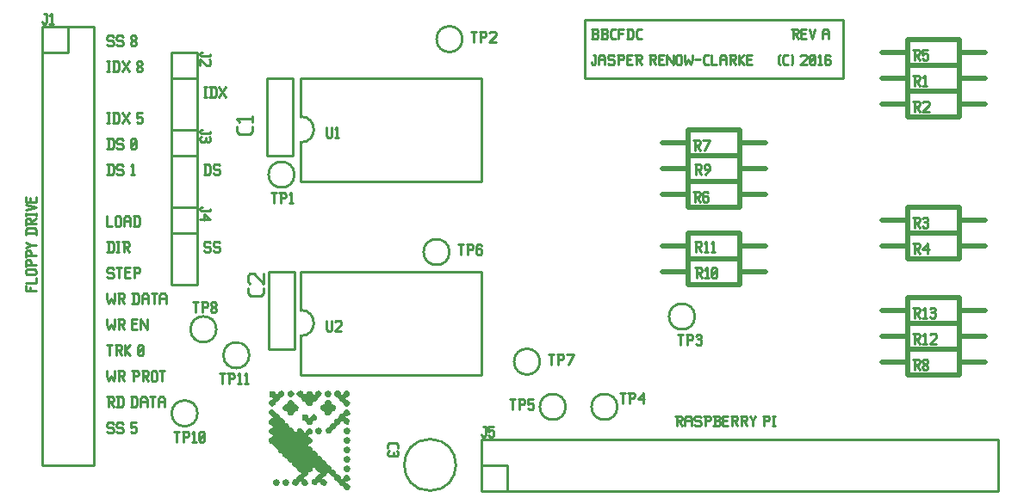
<source format=gto>
G04 start of page 13 for group -4079 idx -4079 *
G04 Title: (unknown), topsilk *
G04 Creator: pcb 20110918 *
G04 CreationDate: Wed 07 Dec 2016 14:25:13 GMT UTC *
G04 For: jasper *
G04 Format: Gerber/RS-274X *
G04 PCB-Dimensions: 393701 196850 *
G04 PCB-Coordinate-Origin: lower left *
%MOIN*%
%FSLAX25Y25*%
%LNTOPSILK*%
%ADD103C,0.0200*%
%ADD102C,0.0100*%
%ADD101C,0.0001*%
G54D101*G36*
X112419Y44407D02*X112029Y43458D01*
X111085Y43062D01*
X110135Y43458D01*
X109744Y44407D01*
X110135Y45351D01*
X111085Y45737D01*
X112029Y45351D01*
X112419Y44407D01*
G37*
G36*
X126894D02*X126498Y43458D01*
X125554Y43062D01*
X124610Y43458D01*
X124219Y44407D01*
X124610Y45351D01*
X125554Y45737D01*
X126498Y45351D01*
X126894Y44407D01*
G37*
G36*
X132791Y42118D02*X134083Y41109D01*
X133459Y39622D01*
X132498Y39492D01*
X131690Y40018D01*
X131478Y40610D01*
X131305Y41120D01*
X130741Y41282D01*
X130176Y41521D01*
X129780Y41998D01*
X129634Y42671D01*
X129292Y43046D01*
X128918Y43089D01*
X128614Y43192D01*
X127947Y43925D01*
Y44912D01*
X128652Y45606D01*
X129639Y45644D01*
X130426Y44868D01*
X130496Y44521D01*
X130551Y44207D01*
X130990Y43930D01*
X131419Y44234D01*
X131527Y44841D01*
X132292Y45639D01*
X133274Y45633D01*
X134001Y44972D01*
X134045Y43995D01*
X133437Y43230D01*
X132808Y43062D01*
X132368Y42796D01*
X132791Y42118D01*
G37*
G36*
X121935Y45737D02*X123227Y44749D01*
X122608Y43246D01*
X121995Y43073D01*
X121545Y42845D01*
X121414Y42237D01*
X121116Y41695D01*
X120590Y41337D01*
X119988Y41223D01*
X119662Y40816D01*
X119510Y40181D01*
X118740Y39541D01*
X117741Y39584D01*
X117042Y40431D01*
X116911Y41006D01*
X116445Y41277D01*
X115843Y41434D01*
X115403Y41857D01*
X115192Y42454D01*
X115013Y42937D01*
X114421Y43116D01*
X113857Y43366D01*
X113369Y44429D01*
X113803Y45362D01*
X114763Y45731D01*
X115761Y45216D01*
X116005Y44635D01*
X116152Y44098D01*
X116938Y44217D01*
X117063Y44847D01*
X117411Y45384D01*
X119271Y45330D01*
X119597Y44798D01*
X119700Y44212D01*
X120492Y44104D01*
X120639Y44679D01*
X120904Y45243D01*
X121935Y45737D01*
G37*
G36*
X117845Y42590D02*X118317Y43062D01*
X118794Y42590D01*
X118322Y42118D01*
X117845Y42590D01*
G37*
G36*
X107466Y45737D02*X108621Y45069D01*
X108594Y43697D01*
X107683Y43094D01*
X107173Y42959D01*
X106967Y42400D01*
X106370Y41461D01*
X105762Y41277D01*
X105285Y41065D01*
X105128Y40458D01*
X104856Y39910D01*
X103782Y39454D01*
X102865Y39910D01*
X102518Y40875D01*
X103044Y41857D01*
X103652Y42091D01*
X104173Y42264D01*
X103999Y43029D01*
X103370Y43149D01*
X102860Y43496D01*
X102936Y45373D01*
X104797Y45335D01*
X105122Y44809D01*
X105225Y44217D01*
X106017Y44104D01*
X106164Y44679D01*
X106435Y45243D01*
X107466Y45737D01*
G37*
G36*
X113922Y39828D02*X114182Y39297D01*
X113938Y38157D01*
X113461Y37761D01*
X112815Y37636D01*
X112441Y37284D01*
X112311Y36649D01*
X111459Y35900D01*
X110292Y36090D01*
X109891Y36562D01*
X109739Y37208D01*
X109414Y37604D01*
X109066Y37658D01*
X108757Y37745D01*
X108008Y38570D01*
X108182Y39741D01*
X108643Y40154D01*
X109289Y40311D01*
X109707Y40615D01*
X109761Y40957D01*
X109848Y41282D01*
X110634Y42042D01*
X111627Y41988D01*
X112327Y41266D01*
X112408Y40935D01*
X112457Y40604D01*
X112875Y40311D01*
X113922Y39828D01*
G37*
G36*
X111085Y38505D02*X110607Y38971D01*
X111079Y39443D01*
X111557Y38971D01*
X111085Y38505D01*
G37*
G36*
X128397Y39828D02*X128690Y38857D01*
X128088Y37848D01*
X127475Y37664D01*
X127002Y37457D01*
X126775Y36616D01*
X125934Y35900D01*
X124767Y36090D01*
X124366Y36562D01*
X124214Y37208D01*
X123888Y37604D01*
X123541Y37658D01*
X123232Y37745D01*
X122483Y38570D01*
X122657Y39741D01*
X123113Y40154D01*
X123764Y40311D01*
X124181Y40615D01*
X124230Y40957D01*
X124317Y41282D01*
X125109Y42042D01*
X126102Y41988D01*
X126802Y41266D01*
X126883Y40935D01*
X126932Y40604D01*
X127350Y40311D01*
X128397Y39828D01*
G37*
G36*
X125554Y38505D02*X125082Y38971D01*
X125554Y39443D01*
X126026Y38971D01*
X125554Y38505D01*
G37*
G36*
X134126Y29932D02*X133735Y28988D01*
X132791Y28592D01*
X131847Y28988D01*
X131457Y29932D01*
X131847Y30877D01*
X132791Y31267D01*
X133735Y30877D01*
X134126Y29932D01*
G37*
G36*
Y26308D02*X133735Y25364D01*
X132791Y24974D01*
X131847Y25364D01*
X131457Y26308D01*
X131847Y27252D01*
X132791Y27643D01*
X133735Y27252D01*
X134126Y26308D01*
G37*
G36*
Y22690D02*X133735Y21746D01*
X132791Y21355D01*
X131847Y21746D01*
X131457Y22690D01*
X131847Y23639D01*
X132791Y24030D01*
X133735Y23639D01*
X134126Y22690D01*
G37*
G36*
Y19071D02*X133735Y18127D01*
X132791Y17736D01*
X131847Y18127D01*
X131457Y19071D01*
X131847Y20015D01*
X132791Y20406D01*
X133735Y20015D01*
X134126Y19071D01*
G37*
G36*
Y15452D02*X133735Y14514D01*
X132791Y14118D01*
X131847Y14514D01*
X131457Y15452D01*
X131847Y16402D01*
X132791Y16798D01*
X133735Y16402D01*
X134126Y15452D01*
G37*
G36*
X110613Y10032D02*X110216Y9088D01*
X109272Y8698D01*
X108328Y9088D01*
X107938Y10032D01*
X108328Y10976D01*
X109272Y11362D01*
X110216Y10976D01*
X110613Y10032D01*
G37*
G36*
X106994D02*X106598Y9088D01*
X105654Y8698D01*
X104710Y9088D01*
X104319Y10032D01*
X104710Y10976D01*
X105654Y11362D01*
X106598Y10976D01*
X106994Y10032D01*
G37*
G36*
X123275Y29932D02*X122879Y28988D01*
X121935Y28592D01*
X120991Y28988D01*
X120601Y29932D01*
X120991Y30877D01*
X121935Y31267D01*
X122879Y30877D01*
X123275Y29932D01*
G37*
G36*
X107466Y27643D02*X106994Y28115D01*
X107466Y28592D01*
X107938Y28115D01*
X107466Y27643D01*
G37*
G36*
X109278Y29455D02*X108800Y29932D01*
X109272Y30399D01*
X109744Y29932D01*
X109278Y29455D01*
G37*
G36*
X111085Y27643D02*X110613Y28115D01*
X111085Y28592D01*
X111557Y28115D01*
X111085Y27643D01*
G37*
G36*
X114703D02*X114226Y28115D01*
X114698Y28592D01*
X115170Y28115D01*
X114703Y27643D01*
G37*
G36*
X106109Y26173D02*X105518Y25853D01*
X105203Y26449D01*
X105789Y26764D01*
X106109Y26173D01*
G37*
G36*
X105659Y29455D02*X105182Y29932D01*
X105654Y30399D01*
X106126Y29932D01*
X105659Y29455D01*
G37*
G36*
Y33074D02*X105182Y33540D01*
X105654Y34018D01*
X106126Y33546D01*
X105659Y33074D01*
G37*
G36*
X107466Y32206D02*X107938Y31734D01*
X107466Y31267D01*
X106994Y31734D01*
X107466Y32206D01*
G37*
G36*
X107916Y24361D02*X107330Y24046D01*
X107010Y24637D01*
X107596Y24957D01*
X107916Y24361D01*
G37*
G36*
X109744Y22690D02*X109283Y22218D01*
X108800Y22679D01*
X109262Y23167D01*
X109744Y22690D01*
G37*
G36*
X109278Y25836D02*X108800Y26308D01*
X109272Y26780D01*
X109744Y26308D01*
X109278Y25836D01*
G37*
G36*
X111557Y20878D02*X111095Y20406D01*
X110607Y20872D01*
X111068Y21355D01*
X111557Y20878D01*
G37*
G36*
X111085Y24030D02*X110613Y24502D01*
X111085Y24974D01*
X111557Y24496D01*
X111085Y24030D01*
G37*
G36*
X112419Y22706D02*X112902Y23167D01*
X113363Y22684D01*
X112886Y22218D01*
X112419Y22706D01*
G37*
G36*
X113363Y19071D02*X112902Y18599D01*
X112419Y19066D01*
X112875Y19543D01*
X113363Y19071D01*
G37*
G36*
Y26303D02*X112886Y25836D01*
X112419Y26319D01*
X112902Y26780D01*
X113363Y26303D01*
G37*
G36*
X114703Y24030D02*X114226Y24496D01*
X114703Y24974D01*
X115175Y24496D01*
X114703Y24030D01*
G37*
G36*
X116515Y25836D02*X116038Y26308D01*
X116510Y26780D01*
X116982Y26308D01*
X116515Y25836D01*
G37*
G36*
X132791Y9555D02*X133649Y9219D01*
X134104Y8405D01*
X133898Y7499D01*
X133155Y6951D01*
X132086Y7086D01*
X131473Y8117D01*
X131213Y8611D01*
X130632Y8741D01*
X129780Y9468D01*
X129645Y10032D01*
X129325Y10456D01*
X128798Y10564D01*
X128326Y10803D01*
X127979Y11248D01*
X127833Y11877D01*
X127485Y12273D01*
X126878Y12403D01*
X126124Y13212D01*
X125972Y13846D01*
X125538Y14101D01*
X125142Y13819D01*
X125006Y13174D01*
X124236Y12403D01*
X123449Y12175D01*
X123292Y11774D01*
X123639Y11378D01*
X124203Y11269D01*
X124621Y11031D01*
X125055Y10206D01*
X124735Y9164D01*
X123747Y8698D01*
X122684Y9219D01*
X122451Y9799D01*
X122299Y10320D01*
X121778Y10456D01*
X121469Y9994D01*
X121295Y9354D01*
X120888Y8931D01*
X119092Y9219D01*
X119179Y10955D01*
X119564Y11226D01*
X120226Y11372D01*
X120590Y11785D01*
X120725Y12360D01*
X121648Y13119D01*
X122239Y13277D01*
X122391Y13760D01*
X122028Y14096D01*
X121355Y14253D01*
X120644Y15219D01*
X120454Y15789D01*
X119950Y15875D01*
X119657Y15441D01*
X119483Y14790D01*
X119060Y14335D01*
X118447Y14139D01*
X117948Y13906D01*
X117807Y13326D01*
X117101Y12441D01*
X116494Y12295D01*
X116070Y11975D01*
X116206Y11486D01*
X116803Y11302D01*
X117682Y10645D01*
X117769Y9647D01*
X117139Y8860D01*
X116157Y8757D01*
X115365Y9343D01*
X115202Y9815D01*
X115088Y10266D01*
X114676Y10488D01*
X114264Y10168D01*
X114155Y9598D01*
X113922Y9170D01*
X113097Y8719D01*
X112115Y8964D01*
X111584Y9810D01*
X111877Y10879D01*
X112376Y11248D01*
X112989Y11367D01*
X113341Y11752D01*
X113477Y12349D01*
X114421Y13114D01*
X114985Y13266D01*
X115148Y13787D01*
X114416Y14161D01*
X113569Y14720D01*
X113385Y15268D01*
X113190Y15805D01*
X112669Y15946D01*
X112164Y16147D01*
X111573Y17134D01*
X111388Y17612D01*
X110781Y17763D01*
X109869Y18523D01*
X109739Y19114D01*
X109370Y19521D01*
X108735Y19651D01*
X108280Y19982D01*
X108008Y20465D01*
X107884Y21062D01*
X107444Y21355D01*
X106847Y21502D01*
X106381Y21898D01*
X106158Y22484D01*
X105996Y22993D01*
X105426Y23200D01*
X104455Y23943D01*
X104287Y24616D01*
X103967Y24947D01*
X103315Y25082D01*
X102903Y25364D01*
X102529Y26232D01*
X102871Y27204D01*
X103326Y27529D01*
X103706Y27621D01*
X104308Y28023D01*
X104124Y28479D01*
X103516Y28641D01*
X102659Y29303D01*
X102654Y30518D01*
X103473Y31186D01*
X104026Y31305D01*
X104308Y31766D01*
X103972Y32173D01*
X103375Y32293D01*
X102664Y32954D01*
X102605Y34007D01*
X103326Y34761D01*
X103923Y34897D01*
X104308Y35314D01*
X104048Y35759D01*
X103402Y35906D01*
X102643Y36627D01*
X102637Y37669D01*
X103299Y38353D01*
X104259Y38407D01*
X104997Y37837D01*
X105144Y37403D01*
X105241Y36964D01*
X106267Y36535D01*
X106950Y35651D01*
X107086Y35076D01*
X107558Y34870D01*
X108562Y34300D01*
X108790Y33698D01*
X108985Y33166D01*
X109511Y33036D01*
X110092Y32786D01*
X110607Y31793D01*
X110862Y31327D01*
X111410Y31213D01*
X112278Y30518D01*
X112430Y29889D01*
X112745Y29477D01*
X113255Y29634D01*
X113396Y30139D01*
X114009Y31061D01*
X115143Y31170D01*
X115951Y30366D01*
X116081Y29792D01*
X116504Y29461D01*
X116938Y29748D01*
X117052Y30329D01*
X117725Y31099D01*
X118761Y31164D01*
X119494Y30513D01*
X119575Y29520D01*
X118913Y28734D01*
X118311Y28592D01*
X117877Y28267D01*
X118018Y27773D01*
X118604Y27600D01*
X119543Y26824D01*
X119488Y25674D01*
X118555Y24995D01*
X118018Y24849D01*
X117877Y24339D01*
X118295Y24035D01*
X118843Y23905D01*
X119602Y23053D01*
X119711Y22484D01*
X120172Y22212D01*
X120769Y22044D01*
X121203Y21664D01*
X121425Y21154D01*
X121545Y20628D01*
X122038Y20395D01*
X122586Y20237D01*
X123237Y19304D01*
X123395Y18767D01*
X123943Y18561D01*
X124550Y18333D01*
X124957Y17845D01*
X125098Y17205D01*
X125478Y16809D01*
X126064Y16684D01*
X126568Y16320D01*
X126840Y15740D01*
X126981Y15197D01*
X127491Y14959D01*
X128093Y14758D01*
X128516Y14313D01*
X128701Y13656D01*
X128956Y13228D01*
X129601Y13103D01*
X130410Y12344D01*
X130529Y11709D01*
X130920Y11372D01*
X131386Y11600D01*
X131511Y12224D01*
X132243Y13054D01*
X133225Y13081D01*
X133985Y12441D01*
X134055Y11465D01*
X133459Y10678D01*
X132813Y10499D01*
X132374Y10244D01*
X132791Y9555D01*
G37*
G36*
X116515Y22218D02*X116038Y22690D01*
X116510Y23167D01*
X116982Y22690D01*
X116515Y22218D01*
G37*
G36*
X118317Y20411D02*X117845Y20878D01*
X118317Y21355D01*
X118789Y20883D01*
X118317Y20411D01*
G37*
G36*
X120129Y36692D02*X121382Y35797D01*
X121219Y34598D01*
X120763Y34181D01*
X120156Y34018D01*
X119705Y33741D01*
X119592Y33161D01*
X118870Y32336D01*
X117882Y32303D01*
X117134Y32927D01*
X116982Y33557D01*
X116673Y33985D01*
X116032Y34105D01*
X115522Y34452D01*
X115598Y36329D01*
X117459Y36291D01*
X117785Y35759D01*
X117888Y35168D01*
X118680Y35054D01*
X118827Y35635D01*
X119098Y36193D01*
X120129Y36692D01*
G37*
G36*
X132791Y34880D02*X133893Y34262D01*
X133573Y32482D01*
X131728Y32743D01*
X131506Y33275D01*
X131321Y33871D01*
X130583Y33757D01*
X130361Y32944D01*
X129509Y32265D01*
X128907Y32113D01*
X128679Y31636D01*
X128467Y30996D01*
X128012Y30573D01*
X127382Y30405D01*
X126937Y30112D01*
X126823Y29537D01*
X126552Y29043D01*
X124740Y28869D01*
X124458Y30692D01*
X124919Y31099D01*
X125521Y31256D01*
X125977Y31544D01*
X126080Y32108D01*
X126845Y32960D01*
X127475Y33101D01*
X127827Y33481D01*
X127968Y34126D01*
X128370Y34609D01*
X128939Y34859D01*
X129504Y35027D01*
X129666Y35526D01*
X129894Y36128D01*
X130361Y36535D01*
X130985Y36692D01*
X131419Y36996D01*
X131522Y37582D01*
X132260Y38391D01*
X133247Y38401D01*
X133990Y37750D01*
X134050Y36768D01*
X133442Y35998D01*
X132813Y35835D01*
X132368Y35559D01*
X132791Y34880D01*
G37*
G36*
X114226Y20894D02*X114709Y21355D01*
X115175Y20878D01*
X114698Y20406D01*
X114226Y20894D01*
G37*
G36*
X114703Y16798D02*X114226Y17264D01*
X114692Y17736D01*
X115170Y17281D01*
X114703Y16798D01*
G37*
G36*
X116515Y14980D02*X116038Y15452D01*
X116510Y15930D01*
X116982Y15452D01*
X116515Y14980D01*
G37*
G36*
Y18599D02*X116038Y19071D01*
X116510Y19543D01*
X116982Y19076D01*
X116515Y18599D01*
G37*
G36*
X118317Y16798D02*X117845Y17264D01*
X118317Y17736D01*
X118794Y17264D01*
X118317Y16798D01*
G37*
G36*
X120129Y18599D02*X119657Y19071D01*
X120129Y19543D01*
X120601Y19076D01*
X120129Y18599D01*
G37*
G36*
X123275Y15452D02*X123747Y15930D01*
X124219Y15458D01*
X123747Y14980D01*
X123275Y15452D01*
G37*
G36*
X121935Y16798D02*X121463Y17264D01*
X121935Y17736D01*
X122413Y17264D01*
X121935Y16798D01*
G37*
G54D102*X225000Y189350D02*Y166850D01*
X325000D01*
Y189350D01*
X225000D01*
X227500Y181900D02*X229480D01*
X229975Y182395D01*
Y183583D02*Y182395D01*
X229480Y184078D02*X229975Y183583D01*
X227995Y184078D02*X229480D01*
X227995Y185860D02*Y181900D01*
X227500Y185860D02*X229480D01*
X229975Y185365D01*
Y184573D01*
X229480Y184078D02*X229975Y184573D01*
X231163Y181900D02*X233143D01*
X233638Y182395D01*
Y183583D02*Y182395D01*
X233143Y184078D02*X233638Y183583D01*
X231658Y184078D02*X233143D01*
X231658Y185860D02*Y181900D01*
X231163Y185860D02*X233143D01*
X233638Y185365D01*
Y184573D01*
X233143Y184078D02*X233638Y184573D01*
X235519Y181900D02*X236806D01*
X234826Y182593D02*X235519Y181900D01*
X234826Y185167D02*Y182593D01*
Y185167D02*X235519Y185860D01*
X236806D01*
X237994D02*Y181900D01*
Y185860D02*X239974D01*
X237994Y184078D02*X239479D01*
X241657Y185860D02*Y181900D01*
X242944Y185860D02*X243637Y185167D01*
Y182593D01*
X242944Y181900D02*X243637Y182593D01*
X241162Y181900D02*X242944D01*
X241162Y185860D02*X242944D01*
X245518Y181900D02*X246805D01*
X244825Y182593D02*X245518Y181900D01*
X244825Y185167D02*Y182593D01*
Y185167D02*X245518Y185860D01*
X246805D01*
X305000D02*X306980D01*
X307475Y185365D01*
Y184375D01*
X306980Y183880D02*X307475Y184375D01*
X305495Y183880D02*X306980D01*
X305495Y185860D02*Y181900D01*
X306287Y183880D02*X307475Y181900D01*
X308663Y184078D02*X310148D01*
X308663Y181900D02*X310643D01*
X308663Y185860D02*Y181900D01*
Y185860D02*X310643D01*
X311831D02*X312821Y181900D01*
X313811Y185860D01*
X316781Y184870D02*Y181900D01*
Y184870D02*X317474Y185860D01*
X318563D01*
X319256Y184870D01*
Y181900D01*
X316781Y183880D02*X319256D01*
X300000Y172395D02*X300495Y171900D01*
X300000Y175365D02*X300495Y175860D01*
X300000Y175365D02*Y172395D01*
X302376Y171900D02*X303663D01*
X301683Y172593D02*X302376Y171900D01*
X301683Y175167D02*Y172593D01*
Y175167D02*X302376Y175860D01*
X303663D01*
X304851D02*X305346Y175365D01*
Y172395D01*
X304851Y171900D02*X305346Y172395D01*
X308316Y175365D02*X308811Y175860D01*
X310296D01*
X310791Y175365D01*
Y174375D01*
X308316Y171900D02*X310791Y174375D01*
X308316Y171900D02*X310791D01*
X311979Y172395D02*X312474Y171900D01*
X311979Y175365D02*Y172395D01*
Y175365D02*X312474Y175860D01*
X313464D01*
X313959Y175365D01*
Y172395D01*
X313464Y171900D02*X313959Y172395D01*
X312474Y171900D02*X313464D01*
X311979Y172890D02*X313959Y174870D01*
X315147Y175068D02*X315939Y175860D01*
Y171900D01*
X315147D02*X316632D01*
X319305Y175860D02*X319800Y175365D01*
X318315Y175860D02*X319305D01*
X317820Y175365D02*X318315Y175860D01*
X317820Y175365D02*Y172395D01*
X318315Y171900D01*
X319305Y174078D02*X319800Y173583D01*
X317820Y174078D02*X319305D01*
X318315Y171900D02*X319305D01*
X319800Y172395D01*
Y173583D02*Y172395D01*
X228193Y175860D02*X228985D01*
Y172395D01*
X228490Y171900D02*X228985Y172395D01*
X227995Y171900D02*X228490D01*
X227500Y172395D02*X227995Y171900D01*
X227500Y172890D02*Y172395D01*
X230173Y174870D02*Y171900D01*
Y174870D02*X230866Y175860D01*
X231955D01*
X232648Y174870D01*
Y171900D01*
X230173Y173880D02*X232648D01*
X235816Y175860D02*X236311Y175365D01*
X234331Y175860D02*X235816D01*
X233836Y175365D02*X234331Y175860D01*
X233836Y175365D02*Y174375D01*
X234331Y173880D01*
X235816D01*
X236311Y173385D01*
Y172395D01*
X235816Y171900D02*X236311Y172395D01*
X234331Y171900D02*X235816D01*
X233836Y172395D02*X234331Y171900D01*
X237994Y175860D02*Y171900D01*
X237499Y175860D02*X239479D01*
X239974Y175365D01*
Y174375D01*
X239479Y173880D02*X239974Y174375D01*
X237994Y173880D02*X239479D01*
X241162Y174078D02*X242647D01*
X241162Y171900D02*X243142D01*
X241162Y175860D02*Y171900D01*
Y175860D02*X243142D01*
X244330D02*X246310D01*
X246805Y175365D01*
Y174375D01*
X246310Y173880D02*X246805Y174375D01*
X244825Y173880D02*X246310D01*
X244825Y175860D02*Y171900D01*
X245617Y173880D02*X246805Y171900D01*
X249775Y175860D02*X251755D01*
X252250Y175365D01*
Y174375D01*
X251755Y173880D02*X252250Y174375D01*
X250270Y173880D02*X251755D01*
X250270Y175860D02*Y171900D01*
X251062Y173880D02*X252250Y171900D01*
X253438Y174078D02*X254923D01*
X253438Y171900D02*X255418D01*
X253438Y175860D02*Y171900D01*
Y175860D02*X255418D01*
X256606D02*Y171900D01*
Y175860D02*X259081Y171900D01*
Y175860D02*Y171900D01*
X260269Y175365D02*Y172395D01*
Y175365D02*X260764Y175860D01*
X261754D01*
X262249Y175365D01*
Y172395D01*
X261754Y171900D02*X262249Y172395D01*
X260764Y171900D02*X261754D01*
X260269Y172395D02*X260764Y171900D01*
X263437Y175860D02*Y173880D01*
X263932Y171900D01*
X264922Y173880D01*
X265912Y171900D01*
X266407Y173880D01*
Y175860D02*Y173880D01*
X267595D02*X269575D01*
X271456Y171900D02*X272743D01*
X270763Y172593D02*X271456Y171900D01*
X270763Y175167D02*Y172593D01*
Y175167D02*X271456Y175860D01*
X272743D01*
X273931D02*Y171900D01*
X275911D01*
X277099Y174870D02*Y171900D01*
Y174870D02*X277792Y175860D01*
X278881D01*
X279574Y174870D01*
Y171900D01*
X277099Y173880D02*X279574D01*
X280762Y175860D02*X282742D01*
X283237Y175365D01*
Y174375D01*
X282742Y173880D02*X283237Y174375D01*
X281257Y173880D02*X282742D01*
X281257Y175860D02*Y171900D01*
X282049Y173880D02*X283237Y171900D01*
X284425Y175860D02*Y171900D01*
Y173880D02*X286405Y175860D01*
X284425Y173880D02*X286405Y171900D01*
X287593Y174078D02*X289078D01*
X287593Y171900D02*X289573D01*
X287593Y175860D02*Y171900D01*
Y175860D02*X289573D01*
X260000Y35860D02*X261980D01*
X262475Y35365D01*
Y34375D01*
X261980Y33880D02*X262475Y34375D01*
X260495Y33880D02*X261980D01*
X260495Y35860D02*Y31900D01*
X261287Y33880D02*X262475Y31900D01*
X263663Y34870D02*Y31900D01*
Y34870D02*X264356Y35860D01*
X265445D01*
X266138Y34870D01*
Y31900D01*
X263663Y33880D02*X266138D01*
X269306Y35860D02*X269801Y35365D01*
X267821Y35860D02*X269306D01*
X267326Y35365D02*X267821Y35860D01*
X267326Y35365D02*Y34375D01*
X267821Y33880D01*
X269306D01*
X269801Y33385D01*
Y32395D01*
X269306Y31900D02*X269801Y32395D01*
X267821Y31900D02*X269306D01*
X267326Y32395D02*X267821Y31900D01*
X271484Y35860D02*Y31900D01*
X270989Y35860D02*X272969D01*
X273464Y35365D01*
Y34375D01*
X272969Y33880D02*X273464Y34375D01*
X271484Y33880D02*X272969D01*
X274652Y31900D02*X276632D01*
X277127Y32395D01*
Y33583D02*Y32395D01*
X276632Y34078D02*X277127Y33583D01*
X275147Y34078D02*X276632D01*
X275147Y35860D02*Y31900D01*
X274652Y35860D02*X276632D01*
X277127Y35365D01*
Y34573D01*
X276632Y34078D02*X277127Y34573D01*
X278315Y34078D02*X279800D01*
X278315Y31900D02*X280295D01*
X278315Y35860D02*Y31900D01*
Y35860D02*X280295D01*
X281483D02*X283463D01*
X283958Y35365D01*
Y34375D01*
X283463Y33880D02*X283958Y34375D01*
X281978Y33880D02*X283463D01*
X281978Y35860D02*Y31900D01*
X282770Y33880D02*X283958Y31900D01*
X285146Y35860D02*X287126D01*
X287621Y35365D01*
Y34375D01*
X287126Y33880D02*X287621Y34375D01*
X285641Y33880D02*X287126D01*
X285641Y35860D02*Y31900D01*
X286433Y33880D02*X287621Y31900D01*
X288809Y35860D02*X289799Y33880D01*
X290789Y35860D01*
X289799Y33880D02*Y31900D01*
X294254Y35860D02*Y31900D01*
X293759Y35860D02*X295739D01*
X296234Y35365D01*
Y34375D01*
X295739Y33880D02*X296234Y34375D01*
X294254Y33880D02*X295739D01*
X297422Y35860D02*X298412D01*
X297917D02*Y31900D01*
X297422D02*X298412D01*
X40500Y143350D02*Y139350D01*
X41800Y143350D02*X42500Y142650D01*
Y140050D01*
X41800Y139350D02*X42500Y140050D01*
X40000Y139350D02*X41800D01*
X40000Y143350D02*X41800D01*
X45700D02*X46200Y142850D01*
X44200Y143350D02*X45700D01*
X43700Y142850D02*X44200Y143350D01*
X43700Y142850D02*Y141850D01*
X44200Y141350D01*
X45700D01*
X46200Y140850D01*
Y139850D01*
X45700Y139350D02*X46200Y139850D01*
X44200Y139350D02*X45700D01*
X43700Y139850D02*X44200Y139350D01*
X49200Y139850D02*X49700Y139350D01*
X49200Y142850D02*Y139850D01*
Y142850D02*X49700Y143350D01*
X50700D01*
X51200Y142850D01*
Y139850D01*
X50700Y139350D02*X51200Y139850D01*
X49700Y139350D02*X50700D01*
X49200Y140350D02*X51200Y142350D01*
X40500Y133350D02*Y129350D01*
X41800Y133350D02*X42500Y132650D01*
Y130050D01*
X41800Y129350D02*X42500Y130050D01*
X40000Y129350D02*X41800D01*
X40000Y133350D02*X41800D01*
X45700D02*X46200Y132850D01*
X44200Y133350D02*X45700D01*
X43700Y132850D02*X44200Y133350D01*
X43700Y132850D02*Y131850D01*
X44200Y131350D01*
X45700D01*
X46200Y130850D01*
Y129850D01*
X45700Y129350D02*X46200Y129850D01*
X44200Y129350D02*X45700D01*
X43700Y129850D02*X44200Y129350D01*
X49200Y132550D02*X50000Y133350D01*
Y129350D01*
X49200D02*X50700D01*
X40000Y113350D02*Y109350D01*
X42000D01*
X43200Y112850D02*Y109850D01*
Y112850D02*X43700Y113350D01*
X44700D01*
X45200Y112850D01*
Y109850D01*
X44700Y109350D02*X45200Y109850D01*
X43700Y109350D02*X44700D01*
X43200Y109850D02*X43700Y109350D01*
X46400Y112350D02*Y109350D01*
Y112350D02*X47100Y113350D01*
X48200D01*
X48900Y112350D01*
Y109350D01*
X46400Y111350D02*X48900D01*
X50600Y113350D02*Y109350D01*
X51900Y113350D02*X52600Y112650D01*
Y110050D01*
X51900Y109350D02*X52600Y110050D01*
X50100Y109350D02*X51900D01*
X50100Y113350D02*X51900D01*
X40500Y103350D02*Y99350D01*
X41800Y103350D02*X42500Y102650D01*
Y100050D01*
X41800Y99350D02*X42500Y100050D01*
X40000Y99350D02*X41800D01*
X40000Y103350D02*X41800D01*
X43700D02*X44700D01*
X44200D02*Y99350D01*
X43700D02*X44700D01*
X45900Y103350D02*X47900D01*
X48400Y102850D01*
Y101850D01*
X47900Y101350D02*X48400Y101850D01*
X46400Y101350D02*X47900D01*
X46400Y103350D02*Y99350D01*
X47200Y101350D02*X48400Y99350D01*
X8490Y84350D02*X12450D01*
X8490Y86330D02*Y84350D01*
X10272Y85835D02*Y84350D01*
X8490Y87518D02*X12450D01*
Y89498D02*Y87518D01*
X8985Y90686D02*X11955D01*
X8985D02*X8490Y91181D01*
Y92171D02*Y91181D01*
Y92171D02*X8985Y92666D01*
X11955D01*
X12450Y92171D02*X11955Y92666D01*
X12450Y92171D02*Y91181D01*
X11955Y90686D02*X12450Y91181D01*
X8490Y94349D02*X12450D01*
X8490Y95834D02*Y93854D01*
Y95834D02*X8985Y96329D01*
X9975D01*
X10470Y95834D02*X9975Y96329D01*
X10470Y95834D02*Y94349D01*
X8490Y98012D02*X12450D01*
X8490Y99497D02*Y97517D01*
Y99497D02*X8985Y99992D01*
X9975D01*
X10470Y99497D02*X9975Y99992D01*
X10470Y99497D02*Y98012D01*
X8490Y101180D02*X10470Y102170D01*
X8490Y103160D01*
X10470Y102170D02*X12450D01*
X8490Y106625D02*X12450D01*
X8490Y107912D02*X9183Y108605D01*
X11757D01*
X12450Y107912D02*X11757Y108605D01*
X12450Y107912D02*Y106130D01*
X8490Y107912D02*Y106130D01*
Y111773D02*Y109793D01*
Y111773D02*X8985Y112268D01*
X9975D01*
X10470Y111773D02*X9975Y112268D01*
X10470Y111773D02*Y110288D01*
X8490D02*X12450D01*
X10470Y111080D02*X12450Y112268D01*
X8490Y114446D02*Y113456D01*
Y113951D02*X12450D01*
Y114446D02*Y113456D01*
X8490Y115634D02*X12450Y116624D01*
X8490Y117614D01*
X10272Y120287D02*Y118802D01*
X12450Y120782D02*Y118802D01*
X8490D02*X12450D01*
X8490Y120782D02*Y118802D01*
X42000Y183350D02*X42500Y182850D01*
X40500Y183350D02*X42000D01*
X40000Y182850D02*X40500Y183350D01*
X40000Y182850D02*Y181850D01*
X40500Y181350D01*
X42000D01*
X42500Y180850D01*
Y179850D01*
X42000Y179350D02*X42500Y179850D01*
X40500Y179350D02*X42000D01*
X40000Y179850D02*X40500Y179350D01*
X45700Y183350D02*X46200Y182850D01*
X44200Y183350D02*X45700D01*
X43700Y182850D02*X44200Y183350D01*
X43700Y182850D02*Y181850D01*
X44200Y181350D01*
X45700D01*
X46200Y180850D01*
Y179850D01*
X45700Y179350D02*X46200Y179850D01*
X44200Y179350D02*X45700D01*
X43700Y179850D02*X44200Y179350D01*
X49200Y179850D02*X49700Y179350D01*
X49200Y180650D02*Y179850D01*
Y180650D02*X49900Y181350D01*
X50500D01*
X51200Y180650D01*
Y179850D01*
X50700Y179350D02*X51200Y179850D01*
X49700Y179350D02*X50700D01*
X49200Y182050D02*X49900Y181350D01*
X49200Y182850D02*Y182050D01*
Y182850D02*X49700Y183350D01*
X50700D01*
X51200Y182850D01*
Y182050D01*
X50500Y181350D02*X51200Y182050D01*
X40000Y173350D02*X41000D01*
X40500D02*Y169350D01*
X40000D02*X41000D01*
X42700Y173350D02*Y169350D01*
X44000Y173350D02*X44700Y172650D01*
Y170050D01*
X44000Y169350D02*X44700Y170050D01*
X42200Y169350D02*X44000D01*
X42200Y173350D02*X44000D01*
X45900Y169350D02*X48400Y173350D01*
X45900D02*X48400Y169350D01*
X51400Y169850D02*X51900Y169350D01*
X51400Y170650D02*Y169850D01*
Y170650D02*X52100Y171350D01*
X52700D01*
X53400Y170650D01*
Y169850D01*
X52900Y169350D02*X53400Y169850D01*
X51900Y169350D02*X52900D01*
X51400Y172050D02*X52100Y171350D01*
X51400Y172850D02*Y172050D01*
Y172850D02*X51900Y173350D01*
X52900D01*
X53400Y172850D01*
Y172050D01*
X52700Y171350D02*X53400Y172050D01*
X40000Y153350D02*X41000D01*
X40500D02*Y149350D01*
X40000D02*X41000D01*
X42700Y153350D02*Y149350D01*
X44000Y153350D02*X44700Y152650D01*
Y150050D01*
X44000Y149350D02*X44700Y150050D01*
X42200Y149350D02*X44000D01*
X42200Y153350D02*X44000D01*
X45900Y149350D02*X48400Y153350D01*
X45900D02*X48400Y149350D01*
X51400Y153350D02*X53400D01*
X51400D02*Y151350D01*
X51900Y151850D01*
X52900D01*
X53400Y151350D01*
Y149850D01*
X52900Y149350D02*X53400Y149850D01*
X51900Y149350D02*X52900D01*
X51400Y149850D02*X51900Y149350D01*
X77500Y163360D02*X78490D01*
X77995D02*Y159400D01*
X77500D02*X78490D01*
X80173Y163360D02*Y159400D01*
X81460Y163360D02*X82153Y162667D01*
Y160093D01*
X81460Y159400D02*X82153Y160093D01*
X79678Y159400D02*X81460D01*
X79678Y163360D02*X81460D01*
X83341Y159400D02*X85816Y163360D01*
X83341D02*X85816Y159400D01*
X77995Y133360D02*Y129400D01*
X79282Y133360D02*X79975Y132667D01*
Y130093D01*
X79282Y129400D02*X79975Y130093D01*
X77500Y129400D02*X79282D01*
X77500Y133360D02*X79282D01*
X83143D02*X83638Y132865D01*
X81658Y133360D02*X83143D01*
X81163Y132865D02*X81658Y133360D01*
X81163Y132865D02*Y131875D01*
X81658Y131380D01*
X83143D01*
X83638Y130885D01*
Y129895D01*
X83143Y129400D02*X83638Y129895D01*
X81658Y129400D02*X83143D01*
X81163Y129895D02*X81658Y129400D01*
X42000Y93350D02*X42500Y92850D01*
X40500Y93350D02*X42000D01*
X40000Y92850D02*X40500Y93350D01*
X40000Y92850D02*Y91850D01*
X40500Y91350D01*
X42000D01*
X42500Y90850D01*
Y89850D01*
X42000Y89350D02*X42500Y89850D01*
X40500Y89350D02*X42000D01*
X40000Y89850D02*X40500Y89350D01*
X43700Y93350D02*X45700D01*
X44700D02*Y89350D01*
X46900Y91550D02*X48400D01*
X46900Y89350D02*X48900D01*
X46900Y93350D02*Y89350D01*
Y93350D02*X48900D01*
X50600D02*Y89350D01*
X50100Y93350D02*X52100D01*
X52600Y92850D01*
Y91850D01*
X52100Y91350D02*X52600Y91850D01*
X50600Y91350D02*X52100D01*
X79480Y103360D02*X79975Y102865D01*
X77995Y103360D02*X79480D01*
X77500Y102865D02*X77995Y103360D01*
X77500Y102865D02*Y101875D01*
X77995Y101380D01*
X79480D01*
X79975Y100885D01*
Y99895D01*
X79480Y99400D02*X79975Y99895D01*
X77995Y99400D02*X79480D01*
X77500Y99895D02*X77995Y99400D01*
X83143Y103360D02*X83638Y102865D01*
X81658Y103360D02*X83143D01*
X81163Y102865D02*X81658Y103360D01*
X81163Y102865D02*Y101875D01*
X81658Y101380D01*
X83143D01*
X83638Y100885D01*
Y99895D01*
X83143Y99400D02*X83638Y99895D01*
X81658Y99400D02*X83143D01*
X81163Y99895D02*X81658Y99400D01*
X40000Y73350D02*Y71350D01*
X40500Y69350D01*
X41500Y71350D01*
X42500Y69350D01*
X43000Y71350D01*
Y73350D02*Y71350D01*
X44200Y73350D02*X46200D01*
X46700Y72850D01*
Y71850D01*
X46200Y71350D02*X46700Y71850D01*
X44700Y71350D02*X46200D01*
X44700Y73350D02*Y69350D01*
X45500Y71350D02*X46700Y69350D01*
X49700Y71550D02*X51200D01*
X49700Y69350D02*X51700D01*
X49700Y73350D02*Y69350D01*
Y73350D02*X51700D01*
X52900D02*Y69350D01*
Y73350D02*X55400Y69350D01*
Y73350D02*Y69350D01*
X40000Y83350D02*Y81350D01*
X40500Y79350D01*
X41500Y81350D01*
X42500Y79350D01*
X43000Y81350D01*
Y83350D02*Y81350D01*
X44200Y83350D02*X46200D01*
X46700Y82850D01*
Y81850D01*
X46200Y81350D02*X46700Y81850D01*
X44700Y81350D02*X46200D01*
X44700Y83350D02*Y79350D01*
X45500Y81350D02*X46700Y79350D01*
X50200Y83350D02*Y79350D01*
X51500Y83350D02*X52200Y82650D01*
Y80050D01*
X51500Y79350D02*X52200Y80050D01*
X49700Y79350D02*X51500D01*
X49700Y83350D02*X51500D01*
X53400Y82350D02*Y79350D01*
Y82350D02*X54100Y83350D01*
X55200D01*
X55900Y82350D01*
Y79350D01*
X53400Y81350D02*X55900D01*
X57100Y83350D02*X59100D01*
X58100D02*Y79350D01*
X60300Y82350D02*Y79350D01*
Y82350D02*X61000Y83350D01*
X62100D01*
X62800Y82350D01*
Y79350D01*
X60300Y81350D02*X62800D01*
X40000Y63350D02*X42000D01*
X41000D02*Y59350D01*
X43200Y63350D02*X45200D01*
X45700Y62850D01*
Y61850D01*
X45200Y61350D02*X45700Y61850D01*
X43700Y61350D02*X45200D01*
X43700Y63350D02*Y59350D01*
X44500Y61350D02*X45700Y59350D01*
X46900Y63350D02*Y59350D01*
Y61350D02*X48900Y63350D01*
X46900Y61350D02*X48900Y59350D01*
X51900Y59850D02*X52400Y59350D01*
X51900Y62850D02*Y59850D01*
Y62850D02*X52400Y63350D01*
X53400D01*
X53900Y62850D01*
Y59850D01*
X53400Y59350D02*X53900Y59850D01*
X52400Y59350D02*X53400D01*
X51900Y60350D02*X53900Y62350D01*
X40000Y53350D02*Y51350D01*
X40500Y49350D01*
X41500Y51350D01*
X42500Y49350D01*
X43000Y51350D01*
Y53350D02*Y51350D01*
X44200Y53350D02*X46200D01*
X46700Y52850D01*
Y51850D01*
X46200Y51350D02*X46700Y51850D01*
X44700Y51350D02*X46200D01*
X44700Y53350D02*Y49350D01*
X45500Y51350D02*X46700Y49350D01*
X50200Y53350D02*Y49350D01*
X49700Y53350D02*X51700D01*
X52200Y52850D01*
Y51850D01*
X51700Y51350D02*X52200Y51850D01*
X50200Y51350D02*X51700D01*
X53400Y53350D02*X55400D01*
X55900Y52850D01*
Y51850D01*
X55400Y51350D02*X55900Y51850D01*
X53900Y51350D02*X55400D01*
X53900Y53350D02*Y49350D01*
X54700Y51350D02*X55900Y49350D01*
X57100Y52850D02*Y49850D01*
Y52850D02*X57600Y53350D01*
X58600D01*
X59100Y52850D01*
Y49850D01*
X58600Y49350D02*X59100Y49850D01*
X57600Y49350D02*X58600D01*
X57100Y49850D02*X57600Y49350D01*
X60300Y53350D02*X62300D01*
X61300D02*Y49350D01*
X40000Y43350D02*X42000D01*
X42500Y42850D01*
Y41850D01*
X42000Y41350D02*X42500Y41850D01*
X40500Y41350D02*X42000D01*
X40500Y43350D02*Y39350D01*
X41300Y41350D02*X42500Y39350D01*
X44200Y43350D02*Y39350D01*
X45500Y43350D02*X46200Y42650D01*
Y40050D01*
X45500Y39350D02*X46200Y40050D01*
X43700Y39350D02*X45500D01*
X43700Y43350D02*X45500D01*
X49700D02*Y39350D01*
X51000Y43350D02*X51700Y42650D01*
Y40050D01*
X51000Y39350D02*X51700Y40050D01*
X49200Y39350D02*X51000D01*
X49200Y43350D02*X51000D01*
X52900Y42350D02*Y39350D01*
Y42350D02*X53600Y43350D01*
X54700D01*
X55400Y42350D01*
Y39350D01*
X52900Y41350D02*X55400D01*
X56600Y43350D02*X58600D01*
X57600D02*Y39350D01*
X59800Y42350D02*Y39350D01*
Y42350D02*X60500Y43350D01*
X61600D01*
X62300Y42350D01*
Y39350D01*
X59800Y41350D02*X62300D01*
X42000Y33350D02*X42500Y32850D01*
X40500Y33350D02*X42000D01*
X40000Y32850D02*X40500Y33350D01*
X40000Y32850D02*Y31850D01*
X40500Y31350D01*
X42000D01*
X42500Y30850D01*
Y29850D01*
X42000Y29350D02*X42500Y29850D01*
X40500Y29350D02*X42000D01*
X40000Y29850D02*X40500Y29350D01*
X45700Y33350D02*X46200Y32850D01*
X44200Y33350D02*X45700D01*
X43700Y32850D02*X44200Y33350D01*
X43700Y32850D02*Y31850D01*
X44200Y31350D01*
X45700D01*
X46200Y30850D01*
Y29850D01*
X45700Y29350D02*X46200Y29850D01*
X44200Y29350D02*X45700D01*
X43700Y29850D02*X44200Y29350D01*
X49200Y33350D02*X51200D01*
X49200D02*Y31350D01*
X49700Y31850D01*
X50700D01*
X51200Y31350D01*
Y29850D01*
X50700Y29350D02*X51200Y29850D01*
X49700Y29350D02*X50700D01*
X49200Y29850D02*X49700Y29350D01*
X185000Y6850D02*X385000D01*
Y26850D02*Y6850D01*
X185000Y26850D02*X385000D01*
X185000D02*Y6850D01*
X195000Y16850D02*Y6850D01*
X185000Y16850D02*X195000D01*
X165000Y26850D02*G75*G03X165000Y26850I0J-10000D01*G01*
G54D103*X265000Y126850D02*X285000D01*
Y116850D01*
X265000D02*X285000D01*
X265000Y126850D02*Y116850D01*
X255000Y121850D02*X265000D01*
X285000D02*X295000D01*
X265000Y146850D02*X285000D01*
Y136850D01*
X265000D01*
Y146850D01*
X255000Y141850D02*X265000D01*
X285000D02*X295000D01*
X265000Y126850D02*X285000D01*
X265000Y136850D02*Y126850D01*
Y136850D02*X285000D01*
Y126850D01*
Y131850D02*X295000D01*
X255000D02*X265000D01*
Y86850D02*X285000D01*
X265000Y96850D02*Y86850D01*
Y96850D02*X285000D01*
Y86850D01*
Y91850D02*X295000D01*
X255000D02*X265000D01*
Y96850D02*X285000D01*
X265000Y106850D02*Y96850D01*
Y106850D02*X285000D01*
Y96850D01*
Y101850D02*X295000D01*
X255000D02*X265000D01*
X350000Y71850D02*X370000D01*
Y61850D01*
X350000D01*
Y71850D01*
X340000Y66850D02*X350000D01*
X370000D02*X380000D01*
X350000Y81850D02*X370000D01*
Y71850D01*
X350000D01*
Y81850D01*
X340000Y76850D02*X350000D01*
X370000D02*X380000D01*
X350000Y51850D02*X370000D01*
X350000Y61850D02*Y51850D01*
Y61850D02*X370000D01*
Y51850D01*
Y56850D02*X380000D01*
X340000D02*X350000D01*
Y116850D02*X370000D01*
Y106850D01*
X350000D01*
Y116850D01*
X340000Y111850D02*X350000D01*
X370000D02*X380000D01*
X350000Y106850D02*X370000D01*
Y96850D01*
X350000D01*
Y106850D01*
X340000Y101850D02*X350000D01*
X370000D02*X380000D01*
X350000Y161850D02*X370000D01*
Y151850D01*
X350000D01*
Y161850D01*
X340000Y156850D02*X350000D01*
X370000D02*X380000D01*
X350000Y181850D02*X370000D01*
Y171850D01*
X350000D01*
Y181850D01*
X340000Y176850D02*X350000D01*
X370000D02*X380000D01*
X350000Y171850D02*X370000D01*
Y161850D01*
X350000D01*
Y171850D01*
X340000Y166850D02*X350000D01*
X370000D02*X380000D01*
G54D102*X227500Y39350D02*G75*G03X227500Y39350I5000J0D01*G01*
X257500Y74350D02*G75*G03X257500Y74350I5000J0D01*G01*
X15000Y186850D02*Y16850D01*
X35000D01*
Y186850D01*
X15000D01*
Y176850D02*X25000D01*
Y186850D01*
X65000Y146850D02*Y116850D01*
X75000D01*
Y146850D01*
X65000D01*
Y136850D02*X75000D01*
Y146850D01*
X65000Y176850D02*Y146850D01*
X75000D01*
Y176850D01*
X65000D01*
Y166850D02*X75000D01*
Y176850D01*
X65000Y116850D02*Y86850D01*
X75000D01*
Y116850D01*
X65000D01*
Y106850D02*X75000D01*
Y116850D01*
X65000Y36850D02*G75*G03X65000Y36850I5000J0D01*G01*
X72283Y69419D02*G75*G03X72283Y69419I5000J0D01*G01*
X101980Y136819D02*X111980D01*
Y166819D02*Y136819D01*
X101980Y166819D02*X111980D01*
X101980D02*Y136819D01*
X115000Y126850D02*X185000D01*
Y166850D02*Y126850D01*
X115000Y166850D02*X185000D01*
X115000Y141850D02*Y126850D01*
Y166850D02*Y151850D01*
Y141850D02*G75*G03X115000Y151850I0J5000D01*G01*
Y51850D02*X185000D01*
Y91850D02*Y51850D01*
X115000Y91850D02*X185000D01*
X115000Y66850D02*Y51850D01*
Y91850D02*Y76850D01*
Y66850D02*G75*G03X115000Y76850I0J5000D01*G01*
X102500Y61850D02*X112500D01*
Y91850D02*Y61850D01*
X102500Y91850D02*X112500D01*
X102500D02*Y61850D01*
X197500Y56850D02*G75*G03X197500Y56850I5000J0D01*G01*
X162500Y99350D02*G75*G03X162500Y99350I5000J0D01*G01*
X207500Y39350D02*G75*G03X207500Y39350I5000J0D01*G01*
X85000Y59350D02*G75*G03X85000Y59350I5000J0D01*G01*
X167500Y181850D02*G75*G03X167500Y181850I5000J0D01*G01*
X102500Y129350D02*G75*G03X102500Y129350I5000J0D01*G01*
X185700Y31850D02*X186500D01*
Y28350D01*
X186000Y27850D02*X186500Y28350D01*
X185500Y27850D02*X186000D01*
X185000Y28350D02*X185500Y27850D01*
X185000Y28850D02*Y28350D01*
X187700Y31850D02*X189700D01*
X187700D02*Y29850D01*
X188200Y30350D01*
X189200D01*
X189700Y29850D01*
Y28350D01*
X189200Y27850D02*X189700Y28350D01*
X188200Y27850D02*X189200D01*
X187700Y28350D02*X188200Y27850D01*
X148552Y24702D02*Y23402D01*
X149252Y25402D02*X148552Y24702D01*
X149252Y25402D02*X151852D01*
X152552Y24702D01*
Y23402D01*
X152052Y22202D02*X152552Y21702D01*
Y20702D01*
X152052Y20202D01*
X148552Y20702D02*X149052Y20202D01*
X148552Y21702D02*Y20702D01*
X149052Y22202D02*X148552Y21702D01*
X150752D02*Y20702D01*
X151252Y20202D02*X152052D01*
X149052D02*X150252D01*
X150752Y20702D01*
X151252Y20202D02*X150752Y20702D01*
X176000Y102350D02*X178000D01*
X177000D02*Y98350D01*
X179700Y102350D02*Y98350D01*
X179200Y102350D02*X181200D01*
X181700Y101850D01*
Y100850D01*
X181200Y100350D02*X181700Y100850D01*
X179700Y100350D02*X181200D01*
X184400Y102350D02*X184900Y101850D01*
X183400Y102350D02*X184400D01*
X182900Y101850D02*X183400Y102350D01*
X182900Y101850D02*Y98850D01*
X183400Y98350D01*
X184400Y100550D02*X184900Y100050D01*
X182900Y100550D02*X184400D01*
X183400Y98350D02*X184400D01*
X184900Y98850D01*
Y100050D02*Y98850D01*
X196000Y42350D02*X198000D01*
X197000D02*Y38350D01*
X199700Y42350D02*Y38350D01*
X199200Y42350D02*X201200D01*
X201700Y41850D01*
Y40850D01*
X201200Y40350D02*X201700Y40850D01*
X199700Y40350D02*X201200D01*
X202900Y42350D02*X204900D01*
X202900D02*Y40350D01*
X203400Y40850D01*
X204400D01*
X204900Y40350D01*
Y38850D01*
X204400Y38350D02*X204900Y38850D01*
X203400Y38350D02*X204400D01*
X202900Y38850D02*X203400Y38350D01*
X181000Y184850D02*X183000D01*
X182000D02*Y180850D01*
X184700Y184850D02*Y180850D01*
X184200Y184850D02*X186200D01*
X186700Y184350D01*
Y183350D01*
X186200Y182850D02*X186700Y183350D01*
X184700Y182850D02*X186200D01*
X187900Y184350D02*X188400Y184850D01*
X189900D01*
X190400Y184350D01*
Y183350D01*
X187900Y180850D02*X190400Y183350D01*
X187900Y180850D02*X190400D01*
X352000Y67850D02*X354000D01*
X354500Y67350D01*
Y66350D01*
X354000Y65850D02*X354500Y66350D01*
X352500Y65850D02*X354000D01*
X352500Y67850D02*Y63850D01*
X353300Y65850D02*X354500Y63850D01*
X355700Y67050D02*X356500Y67850D01*
Y63850D01*
X355700D02*X357200D01*
X358400Y67350D02*X358900Y67850D01*
X360400D01*
X360900Y67350D01*
Y66350D01*
X358400Y63850D02*X360900Y66350D01*
X358400Y63850D02*X360900D01*
X125000Y72850D02*Y69350D01*
X125500Y68850D01*
X126500D01*
X127000Y69350D01*
Y72850D02*Y69350D01*
X128200Y72350D02*X128700Y72850D01*
X130200D01*
X130700Y72350D01*
Y71350D01*
X128200Y68850D02*X130700Y71350D01*
X128200Y68850D02*X130700D01*
X261000Y67350D02*X263000D01*
X262000D02*Y63350D01*
X264700Y67350D02*Y63350D01*
X264200Y67350D02*X266200D01*
X266700Y66850D01*
Y65850D01*
X266200Y65350D02*X266700Y65850D01*
X264700Y65350D02*X266200D01*
X267900Y66850D02*X268400Y67350D01*
X269400D01*
X269900Y66850D01*
X269400Y63350D02*X269900Y63850D01*
X268400Y63350D02*X269400D01*
X267900Y63850D02*X268400Y63350D01*
Y65550D02*X269400D01*
X269900Y66850D02*Y66050D01*
Y65050D02*Y63850D01*
Y65050D02*X269400Y65550D01*
X269900Y66050D02*X269400Y65550D01*
X352000Y77850D02*X354000D01*
X354500Y77350D01*
Y76350D01*
X354000Y75850D02*X354500Y76350D01*
X352500Y75850D02*X354000D01*
X352500Y77850D02*Y73850D01*
X353300Y75850D02*X354500Y73850D01*
X355700Y77050D02*X356500Y77850D01*
Y73850D01*
X355700D02*X357200D01*
X358400Y77350D02*X358900Y77850D01*
X359900D01*
X360400Y77350D01*
X359900Y73850D02*X360400Y74350D01*
X358900Y73850D02*X359900D01*
X358400Y74350D02*X358900Y73850D01*
Y76050D02*X359900D01*
X360400Y77350D02*Y76550D01*
Y75550D02*Y74350D01*
Y75550D02*X359900Y76050D01*
X360400Y76550D02*X359900Y76050D01*
X352000Y112850D02*X354000D01*
X354500Y112350D01*
Y111350D01*
X354000Y110850D02*X354500Y111350D01*
X352500Y110850D02*X354000D01*
X352500Y112850D02*Y108850D01*
X353300Y110850D02*X354500Y108850D01*
X355700Y112350D02*X356200Y112850D01*
X357200D01*
X357700Y112350D01*
X357200Y108850D02*X357700Y109350D01*
X356200Y108850D02*X357200D01*
X355700Y109350D02*X356200Y108850D01*
Y111050D02*X357200D01*
X357700Y112350D02*Y111550D01*
Y110550D02*Y109350D01*
Y110550D02*X357200Y111050D01*
X357700Y111550D02*X357200Y111050D01*
X352000Y102850D02*X354000D01*
X354500Y102350D01*
Y101350D01*
X354000Y100850D02*X354500Y101350D01*
X352500Y100850D02*X354000D01*
X352500Y102850D02*Y98850D01*
X353300Y100850D02*X354500Y98850D01*
X355700Y100350D02*X357700Y102850D01*
X355700Y100350D02*X358200D01*
X357700Y102850D02*Y98850D01*
X352000Y157850D02*X354000D01*
X354500Y157350D01*
Y156350D01*
X354000Y155850D02*X354500Y156350D01*
X352500Y155850D02*X354000D01*
X352500Y157850D02*Y153850D01*
X353300Y155850D02*X354500Y153850D01*
X355700Y157350D02*X356200Y157850D01*
X357700D01*
X358200Y157350D01*
Y156350D01*
X355700Y153850D02*X358200Y156350D01*
X355700Y153850D02*X358200D01*
X352000Y177850D02*X354000D01*
X354500Y177350D01*
Y176350D01*
X354000Y175850D02*X354500Y176350D01*
X352500Y175850D02*X354000D01*
X352500Y177850D02*Y173850D01*
X353300Y175850D02*X354500Y173850D01*
X355700Y177850D02*X357700D01*
X355700D02*Y175850D01*
X356200Y176350D01*
X357200D01*
X357700Y175850D01*
Y174350D01*
X357200Y173850D02*X357700Y174350D01*
X356200Y173850D02*X357200D01*
X355700Y174350D02*X356200Y173850D01*
X352000Y167850D02*X354000D01*
X354500Y167350D01*
Y166350D01*
X354000Y165850D02*X354500Y166350D01*
X352500Y165850D02*X354000D01*
X352500Y167850D02*Y163850D01*
X353300Y165850D02*X354500Y163850D01*
X355700Y167050D02*X356500Y167850D01*
Y163850D01*
X355700D02*X357200D01*
X352000Y57850D02*X354000D01*
X354500Y57350D01*
Y56350D01*
X354000Y55850D02*X354500Y56350D01*
X352500Y55850D02*X354000D01*
X352500Y57850D02*Y53850D01*
X353300Y55850D02*X354500Y53850D01*
X355700Y54350D02*X356200Y53850D01*
X355700Y55150D02*Y54350D01*
Y55150D02*X356400Y55850D01*
X357000D01*
X357700Y55150D01*
Y54350D01*
X357200Y53850D02*X357700Y54350D01*
X356200Y53850D02*X357200D01*
X355700Y56550D02*X356400Y55850D01*
X355700Y57350D02*Y56550D01*
Y57350D02*X356200Y57850D01*
X357200D01*
X357700Y57350D01*
Y56550D01*
X357000Y55850D02*X357700Y56550D01*
X211000Y59850D02*X213000D01*
X212000D02*Y55850D01*
X214700Y59850D02*Y55850D01*
X214200Y59850D02*X216200D01*
X216700Y59350D01*
Y58350D01*
X216200Y57850D02*X216700Y58350D01*
X214700Y57850D02*X216200D01*
X218400Y55850D02*X220400Y59850D01*
X217900D02*X220400D01*
X238500Y44850D02*X240500D01*
X239500D02*Y40850D01*
X242200Y44850D02*Y40850D01*
X241700Y44850D02*X243700D01*
X244200Y44350D01*
Y43350D01*
X243700Y42850D02*X244200Y43350D01*
X242200Y42850D02*X243700D01*
X245400Y42350D02*X247400Y44850D01*
X245400Y42350D02*X247900D01*
X247400Y44850D02*Y40850D01*
X267514Y133285D02*X269514D01*
X270014Y132785D01*
Y131785D01*
X269514Y131285D02*X270014Y131785D01*
X268014Y131285D02*X269514D01*
X268014Y133285D02*Y129285D01*
X268814Y131285D02*X270014Y129285D01*
X271714D02*X273214Y131285D01*
Y132785D02*Y131285D01*
X272714Y133285D02*X273214Y132785D01*
X271714Y133285D02*X272714D01*
X271214Y132785D02*X271714Y133285D01*
X271214Y132785D02*Y131785D01*
X271714Y131285D01*
X273214D01*
X267557Y93285D02*X269557D01*
X270057Y92785D01*
Y91785D01*
X269557Y91285D02*X270057Y91785D01*
X268057Y91285D02*X269557D01*
X268057Y93285D02*Y89285D01*
X268857Y91285D02*X270057Y89285D01*
X271257Y92485D02*X272057Y93285D01*
Y89285D01*
X271257D02*X272757D01*
X273957Y89785D02*X274457Y89285D01*
X273957Y92785D02*Y89785D01*
Y92785D02*X274457Y93285D01*
X275457D01*
X275957Y92785D01*
Y89785D01*
X275457Y89285D02*X275957Y89785D01*
X274457Y89285D02*X275457D01*
X273957Y90285D02*X275957Y92285D01*
X267470Y103372D02*X269470D01*
X269970Y102872D01*
Y101872D01*
X269470Y101372D02*X269970Y101872D01*
X267970Y101372D02*X269470D01*
X267970Y103372D02*Y99372D01*
X268770Y101372D02*X269970Y99372D01*
X271170Y102572D02*X271970Y103372D01*
Y99372D01*
X271170D02*X272670D01*
X273870Y102572D02*X274670Y103372D01*
Y99372D01*
X273870D02*X275370D01*
X267000Y122850D02*X269000D01*
X269500Y122350D01*
Y121350D01*
X269000Y120850D02*X269500Y121350D01*
X267500Y120850D02*X269000D01*
X267500Y122850D02*Y118850D01*
X268300Y120850D02*X269500Y118850D01*
X272200Y122850D02*X272700Y122350D01*
X271200Y122850D02*X272200D01*
X270700Y122350D02*X271200Y122850D01*
X270700Y122350D02*Y119350D01*
X271200Y118850D01*
X272200Y121050D02*X272700Y120550D01*
X270700Y121050D02*X272200D01*
X271200Y118850D02*X272200D01*
X272700Y119350D01*
Y120550D02*Y119350D01*
X267000Y142850D02*X269000D01*
X269500Y142350D01*
Y141350D01*
X269000Y140850D02*X269500Y141350D01*
X267500Y140850D02*X269000D01*
X267500Y142850D02*Y138850D01*
X268300Y140850D02*X269500Y138850D01*
X271200D02*X273200Y142850D01*
X270700D02*X273200D01*
X15700Y191850D02*X16500D01*
Y188350D01*
X16000Y187850D02*X16500Y188350D01*
X15500Y187850D02*X16000D01*
X15000Y188350D02*X15500Y187850D01*
X15000Y188850D02*Y188350D01*
X17700Y191050D02*X18500Y191850D01*
Y187850D01*
X17700D02*X19200D01*
X80000Y146150D02*Y145350D01*
X76500D02*X80000D01*
X76000Y145850D02*X76500Y145350D01*
X76000Y146350D02*Y145850D01*
X76500Y146850D02*X76000Y146350D01*
X76500Y146850D02*X77000D01*
X79500Y144150D02*X80000Y143650D01*
Y142650D01*
X79500Y142150D01*
X76000Y142650D02*X76500Y142150D01*
X76000Y143650D02*Y142650D01*
X76500Y144150D02*X76000Y143650D01*
X78200D02*Y142650D01*
X78700Y142150D02*X79500D01*
X76500D02*X77700D01*
X78200Y142650D01*
X78700Y142150D02*X78200Y142650D01*
X80000Y176150D02*Y175350D01*
X76500D02*X80000D01*
X76000Y175850D02*X76500Y175350D01*
X76000Y176350D02*Y175850D01*
X76500Y176850D02*X76000Y176350D01*
X76500Y176850D02*X77000D01*
X79500Y174150D02*X80000Y173650D01*
Y172150D01*
X79500Y171650D01*
X78500D02*X79500D01*
X76000Y174150D02*X78500Y171650D01*
X76000Y174150D02*Y171650D01*
X96121Y147882D02*Y145932D01*
X95071Y144882D02*X96121Y145932D01*
X91171Y144882D02*X95071D01*
X91171D02*X90121Y145932D01*
Y147882D02*Y145932D01*
X91321Y149682D02*X90121Y150882D01*
X96121D01*
Y151932D02*Y149682D01*
X80000Y116150D02*Y115350D01*
X76500D02*X80000D01*
X76000Y115850D02*X76500Y115350D01*
X76000Y116350D02*Y115850D01*
X76500Y116850D02*X76000Y116350D01*
X76500Y116850D02*X77000D01*
X77500Y114150D02*X80000Y112150D01*
X77500Y114150D02*Y111650D01*
X76000Y112150D02*X80000D01*
X125000Y147850D02*Y144350D01*
X125500Y143850D01*
X126500D01*
X127000Y144350D01*
Y147850D02*Y144350D01*
X128200Y147050D02*X129000Y147850D01*
Y143850D01*
X128200D02*X129700D01*
X100600Y85350D02*Y83400D01*
X99550Y82350D02*X100600Y83400D01*
X95650Y82350D02*X99550D01*
X95650D02*X94600Y83400D01*
Y85350D02*Y83400D01*
X95350Y87150D02*X94600Y87900D01*
Y90150D02*Y87900D01*
Y90150D02*X95350Y90900D01*
X96850D01*
X100600Y87150D02*X96850Y90900D01*
X100600D02*Y87150D01*
X103500Y122350D02*X105500D01*
X104500D02*Y118350D01*
X107200Y122350D02*Y118350D01*
X106700Y122350D02*X108700D01*
X109200Y121850D01*
Y120850D01*
X108700Y120350D02*X109200Y120850D01*
X107200Y120350D02*X108700D01*
X110400Y121550D02*X111200Y122350D01*
Y118350D01*
X110400D02*X111900D01*
X66000Y29850D02*X68000D01*
X67000D02*Y25850D01*
X69700Y29850D02*Y25850D01*
X69200Y29850D02*X71200D01*
X71700Y29350D01*
Y28350D01*
X71200Y27850D02*X71700Y28350D01*
X69700Y27850D02*X71200D01*
X72900Y29050D02*X73700Y29850D01*
Y25850D01*
X72900D02*X74400D01*
X75600Y26350D02*X76100Y25850D01*
X75600Y29350D02*Y26350D01*
Y29350D02*X76100Y29850D01*
X77100D01*
X77600Y29350D01*
Y26350D01*
X77100Y25850D02*X77600Y26350D01*
X76100Y25850D02*X77100D01*
X75600Y26850D02*X77600Y28850D01*
X73283Y79919D02*X75283D01*
X74283D02*Y75919D01*
X76983Y79919D02*Y75919D01*
X76483Y79919D02*X78483D01*
X78983Y79419D01*
Y78419D01*
X78483Y77919D02*X78983Y78419D01*
X76983Y77919D02*X78483D01*
X80183Y76419D02*X80683Y75919D01*
X80183Y77219D02*Y76419D01*
Y77219D02*X80883Y77919D01*
X81483D01*
X82183Y77219D01*
Y76419D01*
X81683Y75919D02*X82183Y76419D01*
X80683Y75919D02*X81683D01*
X80183Y78619D02*X80883Y77919D01*
X80183Y79419D02*Y78619D01*
Y79419D02*X80683Y79919D01*
X81683D01*
X82183Y79419D01*
Y78619D01*
X81483Y77919D02*X82183Y78619D01*
X83500Y52350D02*X85500D01*
X84500D02*Y48350D01*
X87200Y52350D02*Y48350D01*
X86700Y52350D02*X88700D01*
X89200Y51850D01*
Y50850D01*
X88700Y50350D02*X89200Y50850D01*
X87200Y50350D02*X88700D01*
X90400Y51550D02*X91200Y52350D01*
Y48350D01*
X90400D02*X91900D01*
X93100Y51550D02*X93900Y52350D01*
Y48350D01*
X93100D02*X94600D01*
M02*

</source>
